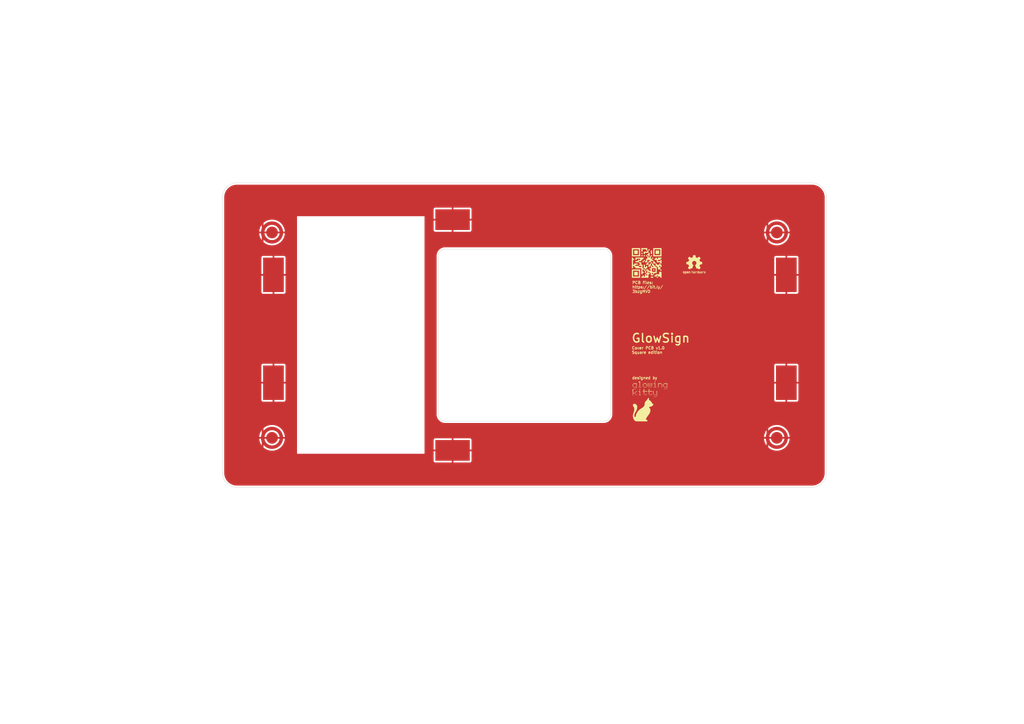
<source format=kicad_pcb>
(kicad_pcb (version 20211014) (generator pcbnew)
  (layers (0 "F.Cu" signal) (31 "B.Cu" signal) (34 "B.Paste" user) (35 "F.Paste" user) (36 "B.SilkS" user "B.Silkscreen") (37 "F.SilkS" user "F.Silkscreen") (38 "B.Mask" user) (39 "F.Mask" user) (44 "Edge.Cuts" user))
  (net 0 "")
  (net 1 "GND")
  (footprint "LOGO" (layer "F.Cu") (at 188.4172 115.316)
    (fp_text reference "logo" hide)
    (fp_text value "LOGO" hide)
  )
  (footprint "footprint:SMTSO3030CTJ No hole" (layer "F.Cu") (at 78.74 126.8984)
    (fp_text reference "U3" hide)
    (fp_text value "SMTSO3030CTJ")
    (pad "1" smd custom (at -2.7178 0) (size 1 1) (layers "F.Cu" "F.Paste" "F.Mask") (net 1 "GND") (options (clearance outline) (anchor circle)) (primitives (gr_circle (center 2.725 0) (end 5.439265 0) (width 1))))
  )
  (footprint "LOGO" (layer "F.Cu") (at 187.5536 76.0984)
    (fp_text reference "G***" hide)
    (fp_text value "LOGO" hide)
  )
  (footprint "footprint:Thermal pad" (layer "F.Cu") (at 132.7162 129.564383 -90)
    (fp_text reference "P5" hide)
    (fp_text value "Thermal_Pad")
    (pad "1" smd rect (at 0.9819 1.5354 270) (size 6 10) (layers "F.Cu" "F.Mask") (net 1 "GND"))
  )
  (footprint "footprint:Thermal pad" (layer "F.Cu") (at 78.1812 78.0288)
    (fp_text reference "P2" hide)
    (fp_text value "Thermal_Pad")
    (pad "1" smd rect (at 0.9819 1.5354) (size 6 10) (layers "F.Cu" "F.Mask") (net 1 "GND"))
  )
  (footprint "footprint:Thermal pad" (layer "F.Cu") (at 129.6454 64.522983 90)
    (fp_text reference "P3" hide)
    (fp_text value "Thermal_Pad")
    (pad "1" smd rect (at 0.9819 1.5354 90) (size 6 10) (layers "F.Cu" "F.Mask") (net 1 "GND"))
  )
  (footprint "footprint:Thermal pad" (layer "F.Cu") (at 227.1253 109.351283)
    (fp_text reference "P4" hide)
    (fp_text value "Thermal_Pad")
    (pad "1" smd rect (at 0.9819 1.5354) (size 6 10) (layers "F.Cu" "F.Mask") (net 1 "GND"))
  )
  (footprint "footprint:Thermal pad" (layer "F.Cu") (at 227.1268 78.0288)
    (fp_text reference "P6" hide)
    (fp_text value "Thermal_Pad")
    (pad "1" smd rect (at 0.9819 1.5354) (size 6 10) (layers "F.Cu" "F.Mask") (net 1 "GND"))
  )
  (footprint "footprint:SMTSO3030CTJ No hole" (layer "F.Cu") (at 225.3488 67.2592)
    (fp_text reference "U2" hide)
    (fp_text value "SMTSO3030CTJ")
    (pad "1" smd custom (at -2.7178 0) (size 1 1) (layers "F.Cu" "F.Paste" "F.Mask") (net 1 "GND") (options (clearance outline) (anchor circle)) (primitives (gr_circle (center 2.725 0) (end 5.439265 0) (width 1))))
  )
  (footprint "footprint:SMTSO3030CTJ No hole" (layer "F.Cu") (at 225.33883 126.89586)
    (fp_text reference "U4" hide)
    (fp_text value "SMTSO3030CTJ")
    (pad "1" smd custom (at -2.7178 0) (size 1 1) (layers "F.Cu" "F.Paste" "F.Mask") (net 1 "GND") (options (clearance outline) (anchor circle)) (primitives (gr_circle (center 2.725 0) (end 5.439265 0) (width 1))))
  )
  (footprint "Symbol:OSHW-Logo2_7.3x6mm_SilkScreen" (layer "F.Cu") (at 201.3712 76.6064)
    (fp_text reference "OSHW logo" hide)
    (fp_text value "OSHW-Logo2_7.3x6mm_SilkScreen" hide)
  )
  (footprint "footprint:Thermal pad" (layer "F.Cu") (at 78.1797 109.351283)
    (fp_text reference "P1" hide)
    (fp_text value "Thermal_Pad")
    (pad "1" smd rect (at 0.9819 1.5354) (size 6 10) (layers "F.Cu" "F.Mask") (net 1 "GND"))
  )
  (footprint "footprint:SMTSO3030CTJ No hole" (layer "F.Cu") (at 78.74 67.2592)
    (fp_text reference "U1" hide)
    (fp_text value "SMTSO3030CTJ")
    (pad "1" smd custom (at -2.7178 0) (size 1 1) (layers "F.Cu" "F.Paste" "F.Mask") (net 1 "GND") (options (clearance outline) (anchor circle)) (primitives (gr_circle (center 2.725 0) (end 5.439265 0) (width 1))))
  )
  (gr_arc (start 129.052648 122.071848) (mid 127.638434 121.486062) (end 127.052648 120.071848) (layer "Edge.Cuts") (width 0.1))
  (gr_line (start 68.552648 141.271848) (end 235.552648 141.271848) (layer "Edge.Cuts") (width 0.1))
  (gr_line (start 235.552648 52.871848) (end 68.552648 52.871848) (layer "Edge.Cuts") (width 0.1))
  (gr_arc (start 175.052648 72.071848) (mid 176.466862 72.657634) (end 177.052648 74.071848) (layer "Edge.Cuts") (width 0.1))
  (gr_arc (start 64.352648 57.071848) (mid 65.5828 54.102) (end 68.552648 52.871848) (layer "Edge.Cuts") (width 0.1))
  (gr_line (start 64.352648 57.071848) (end 64.352648 137.071848) (layer "Edge.Cuts") (width 0.1))
  (gr_arc (start 239.752648 137.071848) (mid 238.522496 140.041696) (end 235.552648 141.271848) (layer "Edge.Cuts") (width 0.1))
  (gr_line (start 239.752648 137.071848) (end 239.752648 57.071848) (layer "Edge.Cuts") (width 0.1))
  (gr_arc (start 68.552648 141.271848) (mid 65.5828 140.041696) (end 64.352648 137.071848) (layer "Edge.Cuts") (width 0.1))
  (gr_arc (start 177.052648 120.071848) (mid 176.466862 121.486062) (end 175.052648 122.071848) (layer "Edge.Cuts") (width 0.1))
  (gr_line (start 127.052648 74.071848) (end 127.052648 120.071848) (layer "Edge.Cuts") (width 0.1))
  (gr_arc (start 235.552648 52.871848) (mid 238.522496 54.102) (end 239.752648 57.071848) (layer "Edge.Cuts") (width 0.1))
  (gr_line (start 175.052648 72.071848) (end 129.052648 72.071848) (layer "Edge.Cuts") (width 0.1))
  (gr_line (start 177.052648 120.071848) (end 177.052648 74.071848) (layer "Edge.Cuts") (width 0.1))
  (gr_arc (start 127.052648 74.071848) (mid 127.638434 72.657634) (end 129.052648 72.071848) (layer "Edge.Cuts") (width 0.1))
  (gr_line (start 129.052648 122.071848) (end 175.052648 122.071848) (layer "Edge.Cuts") (width 0.1))
  (gr_text "PCB files:\nhttps://bit.ly/\n3bzgMVD" (at 183.2864 83.1088) (layer "F.SilkS") (effects (font (size 0.8 0.8)) (justify left)))
  (gr_text "Cover PCB v1.0\nSquare edition" (at 183.1848 101.4476) (layer "F.SilkS") (effects (font (size 0.8 0.8)) (justify left)))
  (gr_text "designed by" (at 183.261 109.474) (layer "F.SilkS") (effects (font (size 0.8 0.8)) (justify left)))
  (gr_text "GlowSign" (at 182.9816 97.9424) (layer "F.SilkS") (effects (font (size 2.5 2.5) (thickness 0.4)) (justify left)))
  (zone (net 0) (net_name "") (layers F&B.Cu) (connect_pads (clearance 0)) (min_thickness 0.254)
    (keepout (tracks not_allowed) (vias not_allowed) (pads not_allowed) (copperpour not_allowed) (footprints allowed))
    (fill (thermal_gap 0.508) (thermal_bridge_width 0.508))
    (polygon (pts (xy 123.0376 131.5212) (xy 86.0044 131.5212) (xy 86.0044 62.5348) (xy 123.0376 62.5348)))
  )
  (zone (net 1) (net_name "GND") (layer "F.Cu") (connect_pads (clearance 0.508)) (min_thickness 0.254) (fill yes (thermal_gap 0.508) (thermal_bridge_width 0.508))
    (polygon (pts (xy 297.1292 209.9564) (xy -0.254 209.9564) (xy -0.254 -0.254) (xy 297.1292 -0.254)))
  )
)
</source>
